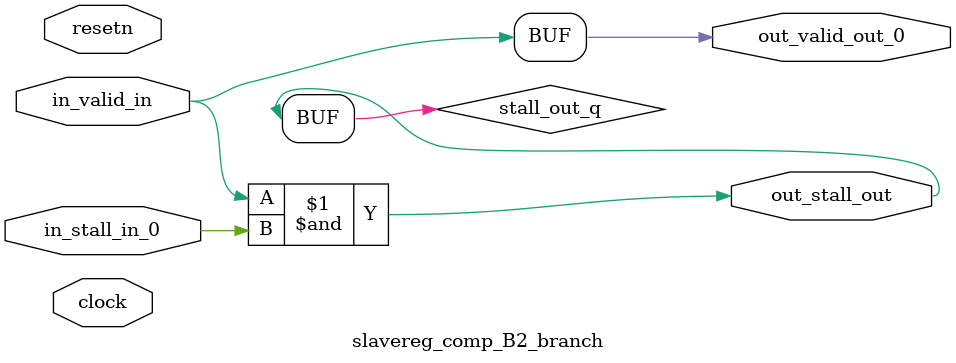
<source format=sv>



(* altera_attribute = "-name AUTO_SHIFT_REGISTER_RECOGNITION OFF; -name MESSAGE_DISABLE 10036; -name MESSAGE_DISABLE 10037; -name MESSAGE_DISABLE 14130; -name MESSAGE_DISABLE 14320; -name MESSAGE_DISABLE 15400; -name MESSAGE_DISABLE 14130; -name MESSAGE_DISABLE 10036; -name MESSAGE_DISABLE 12020; -name MESSAGE_DISABLE 12030; -name MESSAGE_DISABLE 12010; -name MESSAGE_DISABLE 12110; -name MESSAGE_DISABLE 14320; -name MESSAGE_DISABLE 13410; -name MESSAGE_DISABLE 113007; -name MESSAGE_DISABLE 10958" *)
module slavereg_comp_B2_branch (
    input wire [0:0] in_stall_in_0,
    input wire [0:0] in_valid_in,
    output wire [0:0] out_stall_out,
    output wire [0:0] out_valid_out_0,
    input wire clock,
    input wire resetn
    );

    wire [0:0] stall_out_q;


    // stall_out(LOGICAL,6)
    assign stall_out_q = in_valid_in & in_stall_in_0;

    // out_stall_out(GPOUT,4)
    assign out_stall_out = stall_out_q;

    // out_valid_out_0(GPOUT,5)
    assign out_valid_out_0 = in_valid_in;

endmodule

</source>
